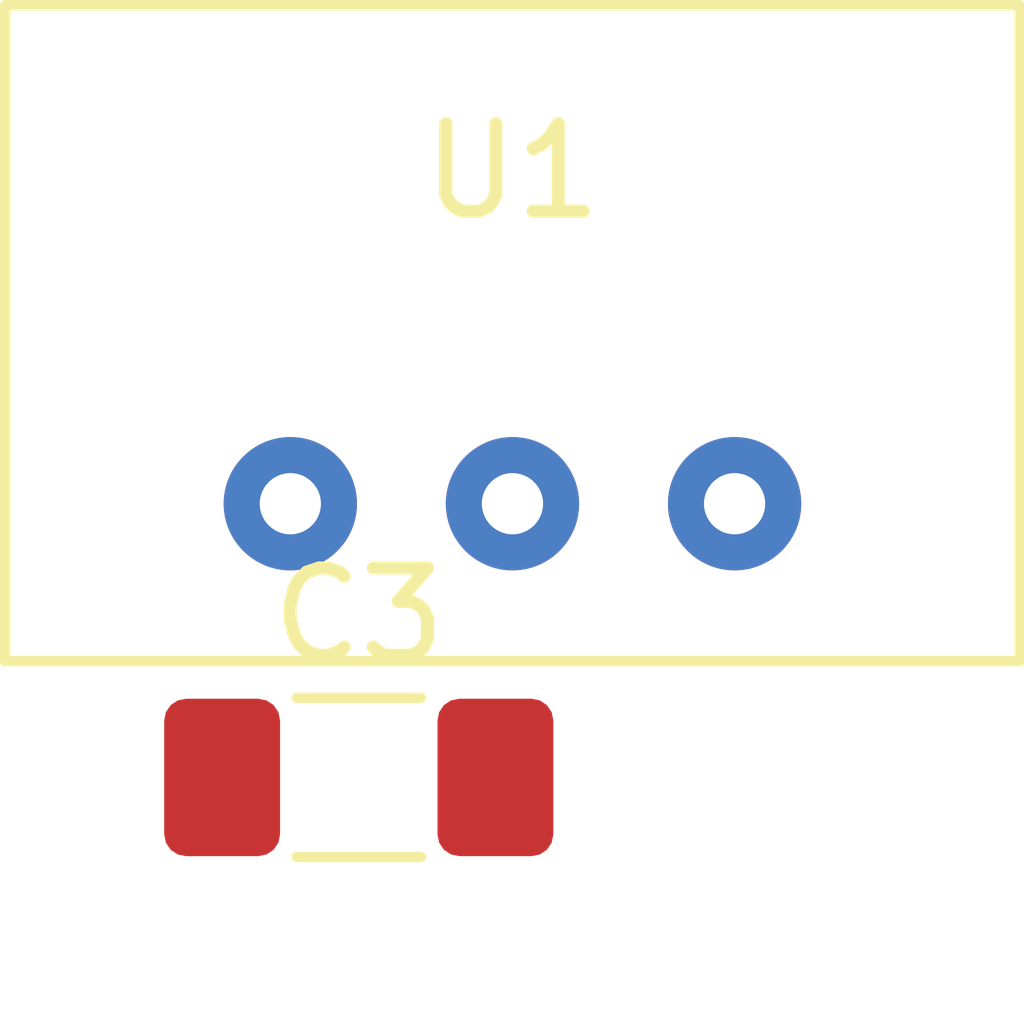
<source format=kicad_pcb>
(kicad_pcb (version 20171130) (host pcbnew "(5.1.9)-1")

  (general
    (thickness 1.6)
    (drawings 0)
    (tracks 0)
    (zones 0)
    (modules 2)
    (nets 4)
  )

  (page A4)
  (layers
    (0 F.Cu signal)
    (31 B.Cu signal)
    (32 B.Adhes user)
    (33 F.Adhes user)
    (34 B.Paste user)
    (35 F.Paste user)
    (36 B.SilkS user)
    (37 F.SilkS user)
    (38 B.Mask user)
    (39 F.Mask user)
    (40 Dwgs.User user)
    (41 Cmts.User user)
    (42 Eco1.User user)
    (43 Eco2.User user)
    (44 Edge.Cuts user)
    (45 Margin user)
    (46 B.CrtYd user)
    (47 F.CrtYd user)
    (48 B.Fab user)
    (49 F.Fab user)
  )

  (setup
    (last_trace_width 0.25)
    (trace_clearance 0.2)
    (zone_clearance 0.508)
    (zone_45_only no)
    (trace_min 0.2)
    (via_size 0.8)
    (via_drill 0.4)
    (via_min_size 0.4)
    (via_min_drill 0.3)
    (uvia_size 0.3)
    (uvia_drill 0.1)
    (uvias_allowed no)
    (uvia_min_size 0.2)
    (uvia_min_drill 0.1)
    (edge_width 0.05)
    (segment_width 0.2)
    (pcb_text_width 0.3)
    (pcb_text_size 1.5 1.5)
    (mod_edge_width 0.12)
    (mod_text_size 1 1)
    (mod_text_width 0.15)
    (pad_size 1.524 1.524)
    (pad_drill 0.762)
    (pad_to_mask_clearance 0)
    (aux_axis_origin 0 0)
    (visible_elements FFFFFF7F)
    (pcbplotparams
      (layerselection 0x010fc_ffffffff)
      (usegerberextensions false)
      (usegerberattributes true)
      (usegerberadvancedattributes true)
      (creategerberjobfile true)
      (excludeedgelayer true)
      (linewidth 0.100000)
      (plotframeref false)
      (viasonmask false)
      (mode 1)
      (useauxorigin false)
      (hpglpennumber 1)
      (hpglpenspeed 20)
      (hpglpendiameter 15.000000)
      (psnegative false)
      (psa4output false)
      (plotreference true)
      (plotvalue true)
      (plotinvisibletext false)
      (padsonsilk false)
      (subtractmaskfromsilk false)
      (outputformat 1)
      (mirror false)
      (drillshape 1)
      (scaleselection 1)
      (outputdirectory ""))
  )

  (net 0 "")
  (net 1 "Net-(C3-Pad2)")
  (net 2 "Net-(C3-Pad1)")
  (net 3 "Net-(C4-Pad1)")

  (net_class Default "This is the default net class."
    (clearance 0.2)
    (trace_width 0.25)
    (via_dia 0.8)
    (via_drill 0.4)
    (uvia_dia 0.3)
    (uvia_drill 0.1)
    (add_net "Net-(C3-Pad1)")
    (add_net "Net-(C3-Pad2)")
    (add_net "Net-(C4-Pad1)")
  )

  (module higgs:V78-500 (layer F.Cu) (tedit 62238D11) (tstamp 6223B916)
    (at 64.280001 -1.859999)
    (descr "NON-ISOLATED SWITCHING REGULATOR https://eu.mouser.com/datasheet/2/670/v78_500-1774424.pdf")
    (path /62285344/622A4B95)
    (fp_text reference U1 (at 0 -3.8) (layer F.SilkS)
      (effects (font (size 1 1) (thickness 0.15)))
    )
    (fp_text value V7803-500 (at 0 -2) (layer F.Fab)
      (effects (font (size 1 1) (thickness 0.15)))
    )
    (fp_line (start 0 1.8) (end -5.8 1.8) (layer F.SilkS) (width 0.12))
    (fp_line (start 5.8 1.8) (end 0 1.8) (layer F.SilkS) (width 0.12))
    (fp_line (start 5.8 -5.7) (end 0 -5.7) (layer F.SilkS) (width 0.12))
    (fp_line (start 0 -5.7) (end -5.8 -5.7) (layer F.SilkS) (width 0.12))
    (fp_line (start 5.8 -5.7) (end 5.8 1.8) (layer F.SilkS) (width 0.12))
    (fp_line (start -5.8 1.8) (end -5.8 -5.7) (layer F.SilkS) (width 0.12))
    (pad 3 thru_hole circle (at 2.54 0) (size 1.524 1.524) (drill 0.7) (layers *.Cu *.Mask)
      (net 3 "Net-(C4-Pad1)"))
    (pad 2 thru_hole circle (at 0 0) (size 1.524 1.524) (drill 0.7) (layers *.Cu *.Mask)
      (net 1 "Net-(C3-Pad2)"))
    (pad 1 thru_hole circle (at -2.54 0) (size 1.524 1.524) (drill 0.7) (layers *.Cu *.Mask)
      (net 2 "Net-(C3-Pad1)"))
  )

  (module capacitor:C_1206_3216Metric_Pad1.33x1.80mm_HandSolder (layer F.Cu) (tedit 5F68FEEF) (tstamp 6223B909)
    (at 62.5225 1.27)
    (descr "Capacitor SMD 1206 (3216 Metric), square (rectangular) end terminal, IPC_7351 nominal with elongated pad for handsoldering. (Body size source: IPC-SM-782 page 76, https://www.pcb-3d.com/wordpress/wp-content/uploads/ipc-sm-782a_amendment_1_and_2.pdf), generated with kicad-footprint-generator")
    (tags "capacitor handsolder")
    (path /62285344/622C5797)
    (attr smd)
    (fp_text reference C3 (at 0 -1.85) (layer F.SilkS)
      (effects (font (size 1 1) (thickness 0.15)))
    )
    (fp_text value "25V 10uF" (at 0 1.85) (layer F.Fab)
      (effects (font (size 1 1) (thickness 0.15)))
    )
    (fp_text user %R (at 0 0) (layer F.Fab)
      (effects (font (size 0.8 0.8) (thickness 0.12)))
    )
    (fp_line (start -1.6 0.8) (end -1.6 -0.8) (layer F.Fab) (width 0.1))
    (fp_line (start -1.6 -0.8) (end 1.6 -0.8) (layer F.Fab) (width 0.1))
    (fp_line (start 1.6 -0.8) (end 1.6 0.8) (layer F.Fab) (width 0.1))
    (fp_line (start 1.6 0.8) (end -1.6 0.8) (layer F.Fab) (width 0.1))
    (fp_line (start -0.711252 -0.91) (end 0.711252 -0.91) (layer F.SilkS) (width 0.12))
    (fp_line (start -0.711252 0.91) (end 0.711252 0.91) (layer F.SilkS) (width 0.12))
    (fp_line (start -2.48 1.15) (end -2.48 -1.15) (layer F.CrtYd) (width 0.05))
    (fp_line (start -2.48 -1.15) (end 2.48 -1.15) (layer F.CrtYd) (width 0.05))
    (fp_line (start 2.48 -1.15) (end 2.48 1.15) (layer F.CrtYd) (width 0.05))
    (fp_line (start 2.48 1.15) (end -2.48 1.15) (layer F.CrtYd) (width 0.05))
    (pad 2 smd roundrect (at 1.5625 0) (size 1.325 1.8) (layers F.Cu F.Paste F.Mask) (roundrect_rratio 0.188679)
      (net 1 "Net-(C3-Pad2)"))
    (pad 1 smd roundrect (at -1.5625 0) (size 1.325 1.8) (layers F.Cu F.Paste F.Mask) (roundrect_rratio 0.188679)
      (net 2 "Net-(C3-Pad1)"))
    (model ${KISYS3DMOD}/Capacitor_SMD.3dshapes/C_1206_3216Metric.wrl
      (at (xyz 0 0 0))
      (scale (xyz 1 1 1))
      (rotate (xyz 0 0 0))
    )
  )

)

</source>
